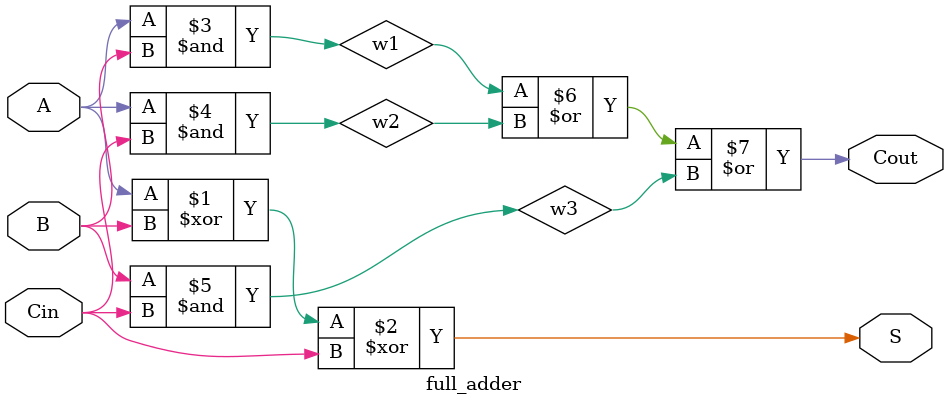
<source format=v>
module full_adder(S, Cout, A, B, Cin);

	input A, B, Cin;
	output S, Cout;
	wire w1, w2, w3;

	xor Sresult(S, A, B, Cin); // all of these are gates
	and A_and_B(w1, A, B);
	and A_and_Cin(w2, A, Cin);
	and B_and_Cin(w3, B, Cin);
	or Coutresult(Cout, w1, w2, w3);

endmodule

</source>
